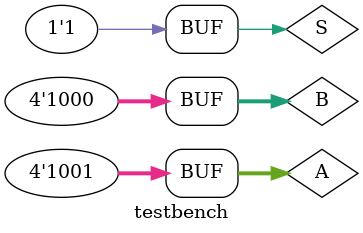
<source format=v>
`timescale 1ns / 1ps


module testbench;

	// Inputs
	reg [3:0] A;
	reg [3:0] B;
	reg S;
	reg [6:0] lcd;

	// Outputs
	wire [3:0] total;
	wire Carry;
	wire OV;

	// Instantiate the Unit Under Test (UUT)
		add_sub uut (
		.total(total), 
		.Carry(Carry), 
		.OV(OV), 
		.A(A), 
		.B(B), 
		.S(S),
		.lcd(lcd)
	);

	initial begin
	$monitor("A=(%b), B=(%b), S=(%b), lcd=(%b)" ,A,B,S, lcd);
		// Initialize Inputs
		A = 5;
		B = 4;
		S = 0;
		

		// Wait 100 ns for global reset to finish
		#100;
		
		// Initialize Inputs
		A = 0001;
		B = 0001;
		S = 0;
		// Wait 100 ns for global reset to finish
		#100;       
		
		A = 0001;
		B = 0001;		
		S = 0;
		
		#100;        
		  
		A = 5;
		B = 1;
		S = 1;
		#100;        
		
		A = 9;
		B = 8;
		S = 1;		
		#100;


	end
      
endmodule

</source>
